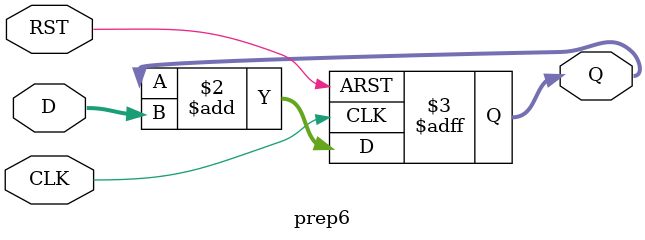
<source format=v>

/* PREP6 contains a sixteen bit accumulator

Copyright (c) 1994 Synplicity, Inc.
You may distribute freely, as long as this header remains attached. */


module prep6(Q, CLK, RST, D);
output [15:0] Q;
input CLK, RST;
input [15:0] D;
reg [15:0] Q;

always  @(posedge CLK or posedge RST)
begin
	if (RST)	Q = 0;	 // reset logic
	else Q = Q + D; // accumulate
end

endmodule

</source>
